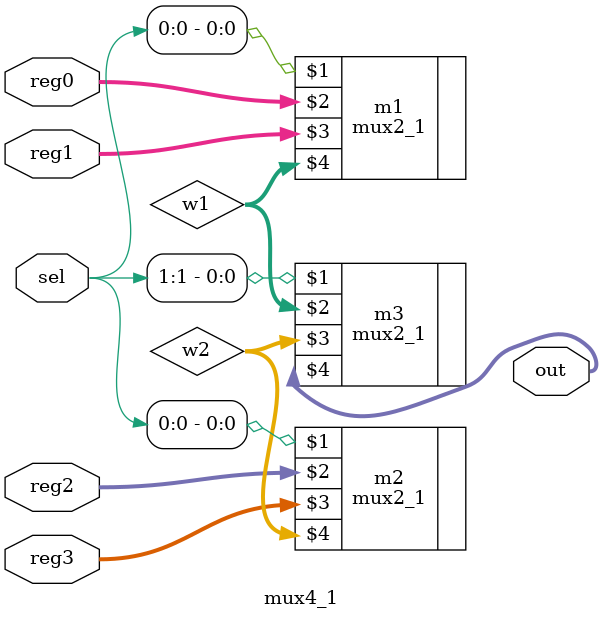
<source format=v>
module mux4_1(sel, reg0, reg1, reg2, reg3, out);

	input [1:0] sel;
	input [31:0] reg0, reg1, reg2, reg3;
	output [31:0] out;
		
	wire [31:0] w1, w2;
	
	mux2_1 m1 (sel[0], reg0, reg1, w1);
	mux2_1 m2 (sel[0], reg2, reg3, w2);
	mux2_1 m3 (sel[1], w1, w2, out); 

endmodule
</source>
